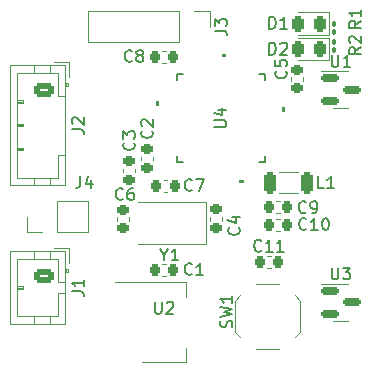
<source format=gto>
%TF.GenerationSoftware,KiCad,Pcbnew,7.0.6*%
%TF.CreationDate,2024-09-25T21:47:57-07:00*%
%TF.ProjectId,magnetic-encoder,6d61676e-6574-4696-932d-656e636f6465,0.1*%
%TF.SameCoordinates,Original*%
%TF.FileFunction,Legend,Top*%
%TF.FilePolarity,Positive*%
%FSLAX46Y46*%
G04 Gerber Fmt 4.6, Leading zero omitted, Abs format (unit mm)*
G04 Created by KiCad (PCBNEW 7.0.6) date 2024-09-25 21:47:57*
%MOMM*%
%LPD*%
G01*
G04 APERTURE LIST*
G04 Aperture macros list*
%AMRoundRect*
0 Rectangle with rounded corners*
0 $1 Rounding radius*
0 $2 $3 $4 $5 $6 $7 $8 $9 X,Y pos of 4 corners*
0 Add a 4 corners polygon primitive as box body*
4,1,4,$2,$3,$4,$5,$6,$7,$8,$9,$2,$3,0*
0 Add four circle primitives for the rounded corners*
1,1,$1+$1,$2,$3*
1,1,$1+$1,$4,$5*
1,1,$1+$1,$6,$7*
1,1,$1+$1,$8,$9*
0 Add four rect primitives between the rounded corners*
20,1,$1+$1,$2,$3,$4,$5,0*
20,1,$1+$1,$4,$5,$6,$7,0*
20,1,$1+$1,$6,$7,$8,$9,0*
20,1,$1+$1,$8,$9,$2,$3,0*%
G04 Aperture macros list end*
%ADD10C,0.150000*%
%ADD11C,0.120000*%
%ADD12C,0.152400*%
%ADD13R,1.700000X1.700000*%
%ADD14O,1.700000X1.700000*%
%ADD15C,3.800000*%
%ADD16RoundRect,0.250000X-0.625000X0.350000X-0.625000X-0.350000X0.625000X-0.350000X0.625000X0.350000X0*%
%ADD17O,1.750000X1.200000*%
%ADD18RoundRect,0.250000X0.275000X0.700000X-0.275000X0.700000X-0.275000X-0.700000X0.275000X-0.700000X0*%
%ADD19RoundRect,0.225000X0.225000X0.250000X-0.225000X0.250000X-0.225000X-0.250000X0.225000X-0.250000X0*%
%ADD20RoundRect,0.225000X-0.225000X-0.250000X0.225000X-0.250000X0.225000X0.250000X-0.225000X0.250000X0*%
%ADD21RoundRect,0.100000X-0.100000X0.130000X-0.100000X-0.130000X0.100000X-0.130000X0.100000X0.130000X0*%
%ADD22RoundRect,0.100000X0.100000X-0.130000X0.100000X0.130000X-0.100000X0.130000X-0.100000X-0.130000X0*%
%ADD23RoundRect,0.243750X0.243750X0.456250X-0.243750X0.456250X-0.243750X-0.456250X0.243750X-0.456250X0*%
%ADD24R,1.473200X0.279400*%
%ADD25R,0.279400X1.473200*%
%ADD26R,0.750000X1.000000*%
%ADD27R,2.000000X2.400000*%
%ADD28RoundRect,0.218750X-0.256250X0.218750X-0.256250X-0.218750X0.256250X-0.218750X0.256250X0.218750X0*%
%ADD29RoundRect,0.225000X-0.250000X0.225000X-0.250000X-0.225000X0.250000X-0.225000X0.250000X0.225000X0*%
%ADD30RoundRect,0.225000X0.250000X-0.225000X0.250000X0.225000X-0.250000X0.225000X-0.250000X-0.225000X0*%
%ADD31RoundRect,0.150000X-0.587500X-0.150000X0.587500X-0.150000X0.587500X0.150000X-0.587500X0.150000X0*%
%ADD32R,2.000000X1.500000*%
%ADD33R,2.000000X3.800000*%
G04 APERTURE END LIST*
D10*
X65325666Y-94069819D02*
X65325666Y-94784104D01*
X65325666Y-94784104D02*
X65278047Y-94926961D01*
X65278047Y-94926961D02*
X65182809Y-95022200D01*
X65182809Y-95022200D02*
X65039952Y-95069819D01*
X65039952Y-95069819D02*
X64944714Y-95069819D01*
X66230428Y-94403152D02*
X66230428Y-95069819D01*
X65992333Y-94022200D02*
X65754238Y-94736485D01*
X65754238Y-94736485D02*
X66373285Y-94736485D01*
X64584819Y-90078333D02*
X65299104Y-90078333D01*
X65299104Y-90078333D02*
X65441961Y-90125952D01*
X65441961Y-90125952D02*
X65537200Y-90221190D01*
X65537200Y-90221190D02*
X65584819Y-90364047D01*
X65584819Y-90364047D02*
X65584819Y-90459285D01*
X64680057Y-89649761D02*
X64632438Y-89602142D01*
X64632438Y-89602142D02*
X64584819Y-89506904D01*
X64584819Y-89506904D02*
X64584819Y-89268809D01*
X64584819Y-89268809D02*
X64632438Y-89173571D01*
X64632438Y-89173571D02*
X64680057Y-89125952D01*
X64680057Y-89125952D02*
X64775295Y-89078333D01*
X64775295Y-89078333D02*
X64870533Y-89078333D01*
X64870533Y-89078333D02*
X65013390Y-89125952D01*
X65013390Y-89125952D02*
X65584819Y-89697380D01*
X65584819Y-89697380D02*
X65584819Y-89078333D01*
X64584819Y-103828333D02*
X65299104Y-103828333D01*
X65299104Y-103828333D02*
X65441961Y-103875952D01*
X65441961Y-103875952D02*
X65537200Y-103971190D01*
X65537200Y-103971190D02*
X65584819Y-104114047D01*
X65584819Y-104114047D02*
X65584819Y-104209285D01*
X65584819Y-102828333D02*
X65584819Y-103399761D01*
X65584819Y-103114047D02*
X64584819Y-103114047D01*
X64584819Y-103114047D02*
X64727676Y-103209285D01*
X64727676Y-103209285D02*
X64822914Y-103304523D01*
X64822914Y-103304523D02*
X64870533Y-103399761D01*
X85939333Y-95069819D02*
X85463143Y-95069819D01*
X85463143Y-95069819D02*
X85463143Y-94069819D01*
X86796476Y-95069819D02*
X86225048Y-95069819D01*
X86510762Y-95069819D02*
X86510762Y-94069819D01*
X86510762Y-94069819D02*
X86415524Y-94212676D01*
X86415524Y-94212676D02*
X86320286Y-94307914D01*
X86320286Y-94307914D02*
X86225048Y-94355533D01*
X84447142Y-98530580D02*
X84399523Y-98578200D01*
X84399523Y-98578200D02*
X84256666Y-98625819D01*
X84256666Y-98625819D02*
X84161428Y-98625819D01*
X84161428Y-98625819D02*
X84018571Y-98578200D01*
X84018571Y-98578200D02*
X83923333Y-98482961D01*
X83923333Y-98482961D02*
X83875714Y-98387723D01*
X83875714Y-98387723D02*
X83828095Y-98197247D01*
X83828095Y-98197247D02*
X83828095Y-98054390D01*
X83828095Y-98054390D02*
X83875714Y-97863914D01*
X83875714Y-97863914D02*
X83923333Y-97768676D01*
X83923333Y-97768676D02*
X84018571Y-97673438D01*
X84018571Y-97673438D02*
X84161428Y-97625819D01*
X84161428Y-97625819D02*
X84256666Y-97625819D01*
X84256666Y-97625819D02*
X84399523Y-97673438D01*
X84399523Y-97673438D02*
X84447142Y-97721057D01*
X85399523Y-98625819D02*
X84828095Y-98625819D01*
X85113809Y-98625819D02*
X85113809Y-97625819D01*
X85113809Y-97625819D02*
X85018571Y-97768676D01*
X85018571Y-97768676D02*
X84923333Y-97863914D01*
X84923333Y-97863914D02*
X84828095Y-97911533D01*
X86018571Y-97625819D02*
X86113809Y-97625819D01*
X86113809Y-97625819D02*
X86209047Y-97673438D01*
X86209047Y-97673438D02*
X86256666Y-97721057D01*
X86256666Y-97721057D02*
X86304285Y-97816295D01*
X86304285Y-97816295D02*
X86351904Y-98006771D01*
X86351904Y-98006771D02*
X86351904Y-98244866D01*
X86351904Y-98244866D02*
X86304285Y-98435342D01*
X86304285Y-98435342D02*
X86256666Y-98530580D01*
X86256666Y-98530580D02*
X86209047Y-98578200D01*
X86209047Y-98578200D02*
X86113809Y-98625819D01*
X86113809Y-98625819D02*
X86018571Y-98625819D01*
X86018571Y-98625819D02*
X85923333Y-98578200D01*
X85923333Y-98578200D02*
X85875714Y-98530580D01*
X85875714Y-98530580D02*
X85828095Y-98435342D01*
X85828095Y-98435342D02*
X85780476Y-98244866D01*
X85780476Y-98244866D02*
X85780476Y-98006771D01*
X85780476Y-98006771D02*
X85828095Y-97816295D01*
X85828095Y-97816295D02*
X85875714Y-97721057D01*
X85875714Y-97721057D02*
X85923333Y-97673438D01*
X85923333Y-97673438D02*
X86018571Y-97625819D01*
X84415333Y-97104580D02*
X84367714Y-97152200D01*
X84367714Y-97152200D02*
X84224857Y-97199819D01*
X84224857Y-97199819D02*
X84129619Y-97199819D01*
X84129619Y-97199819D02*
X83986762Y-97152200D01*
X83986762Y-97152200D02*
X83891524Y-97056961D01*
X83891524Y-97056961D02*
X83843905Y-96961723D01*
X83843905Y-96961723D02*
X83796286Y-96771247D01*
X83796286Y-96771247D02*
X83796286Y-96628390D01*
X83796286Y-96628390D02*
X83843905Y-96437914D01*
X83843905Y-96437914D02*
X83891524Y-96342676D01*
X83891524Y-96342676D02*
X83986762Y-96247438D01*
X83986762Y-96247438D02*
X84129619Y-96199819D01*
X84129619Y-96199819D02*
X84224857Y-96199819D01*
X84224857Y-96199819D02*
X84367714Y-96247438D01*
X84367714Y-96247438D02*
X84415333Y-96295057D01*
X84891524Y-97199819D02*
X85082000Y-97199819D01*
X85082000Y-97199819D02*
X85177238Y-97152200D01*
X85177238Y-97152200D02*
X85224857Y-97104580D01*
X85224857Y-97104580D02*
X85320095Y-96961723D01*
X85320095Y-96961723D02*
X85367714Y-96771247D01*
X85367714Y-96771247D02*
X85367714Y-96390295D01*
X85367714Y-96390295D02*
X85320095Y-96295057D01*
X85320095Y-96295057D02*
X85272476Y-96247438D01*
X85272476Y-96247438D02*
X85177238Y-96199819D01*
X85177238Y-96199819D02*
X84986762Y-96199819D01*
X84986762Y-96199819D02*
X84891524Y-96247438D01*
X84891524Y-96247438D02*
X84843905Y-96295057D01*
X84843905Y-96295057D02*
X84796286Y-96390295D01*
X84796286Y-96390295D02*
X84796286Y-96628390D01*
X84796286Y-96628390D02*
X84843905Y-96723628D01*
X84843905Y-96723628D02*
X84891524Y-96771247D01*
X84891524Y-96771247D02*
X84986762Y-96818866D01*
X84986762Y-96818866D02*
X85177238Y-96818866D01*
X85177238Y-96818866D02*
X85272476Y-96771247D01*
X85272476Y-96771247D02*
X85320095Y-96723628D01*
X85320095Y-96723628D02*
X85367714Y-96628390D01*
X80637142Y-100354580D02*
X80589523Y-100402200D01*
X80589523Y-100402200D02*
X80446666Y-100449819D01*
X80446666Y-100449819D02*
X80351428Y-100449819D01*
X80351428Y-100449819D02*
X80208571Y-100402200D01*
X80208571Y-100402200D02*
X80113333Y-100306961D01*
X80113333Y-100306961D02*
X80065714Y-100211723D01*
X80065714Y-100211723D02*
X80018095Y-100021247D01*
X80018095Y-100021247D02*
X80018095Y-99878390D01*
X80018095Y-99878390D02*
X80065714Y-99687914D01*
X80065714Y-99687914D02*
X80113333Y-99592676D01*
X80113333Y-99592676D02*
X80208571Y-99497438D01*
X80208571Y-99497438D02*
X80351428Y-99449819D01*
X80351428Y-99449819D02*
X80446666Y-99449819D01*
X80446666Y-99449819D02*
X80589523Y-99497438D01*
X80589523Y-99497438D02*
X80637142Y-99545057D01*
X81589523Y-100449819D02*
X81018095Y-100449819D01*
X81303809Y-100449819D02*
X81303809Y-99449819D01*
X81303809Y-99449819D02*
X81208571Y-99592676D01*
X81208571Y-99592676D02*
X81113333Y-99687914D01*
X81113333Y-99687914D02*
X81018095Y-99735533D01*
X82541904Y-100449819D02*
X81970476Y-100449819D01*
X82256190Y-100449819D02*
X82256190Y-99449819D01*
X82256190Y-99449819D02*
X82160952Y-99592676D01*
X82160952Y-99592676D02*
X82065714Y-99687914D01*
X82065714Y-99687914D02*
X81970476Y-99735533D01*
X89064819Y-83161666D02*
X88588628Y-83494999D01*
X89064819Y-83733094D02*
X88064819Y-83733094D01*
X88064819Y-83733094D02*
X88064819Y-83352142D01*
X88064819Y-83352142D02*
X88112438Y-83256904D01*
X88112438Y-83256904D02*
X88160057Y-83209285D01*
X88160057Y-83209285D02*
X88255295Y-83161666D01*
X88255295Y-83161666D02*
X88398152Y-83161666D01*
X88398152Y-83161666D02*
X88493390Y-83209285D01*
X88493390Y-83209285D02*
X88541009Y-83256904D01*
X88541009Y-83256904D02*
X88588628Y-83352142D01*
X88588628Y-83352142D02*
X88588628Y-83733094D01*
X88160057Y-82780713D02*
X88112438Y-82733094D01*
X88112438Y-82733094D02*
X88064819Y-82637856D01*
X88064819Y-82637856D02*
X88064819Y-82399761D01*
X88064819Y-82399761D02*
X88112438Y-82304523D01*
X88112438Y-82304523D02*
X88160057Y-82256904D01*
X88160057Y-82256904D02*
X88255295Y-82209285D01*
X88255295Y-82209285D02*
X88350533Y-82209285D01*
X88350533Y-82209285D02*
X88493390Y-82256904D01*
X88493390Y-82256904D02*
X89064819Y-82828332D01*
X89064819Y-82828332D02*
X89064819Y-82209285D01*
X89064819Y-80911666D02*
X88588628Y-81244999D01*
X89064819Y-81483094D02*
X88064819Y-81483094D01*
X88064819Y-81483094D02*
X88064819Y-81102142D01*
X88064819Y-81102142D02*
X88112438Y-81006904D01*
X88112438Y-81006904D02*
X88160057Y-80959285D01*
X88160057Y-80959285D02*
X88255295Y-80911666D01*
X88255295Y-80911666D02*
X88398152Y-80911666D01*
X88398152Y-80911666D02*
X88493390Y-80959285D01*
X88493390Y-80959285D02*
X88541009Y-81006904D01*
X88541009Y-81006904D02*
X88588628Y-81102142D01*
X88588628Y-81102142D02*
X88588628Y-81483094D01*
X89064819Y-79959285D02*
X89064819Y-80530713D01*
X89064819Y-80244999D02*
X88064819Y-80244999D01*
X88064819Y-80244999D02*
X88207676Y-80340237D01*
X88207676Y-80340237D02*
X88302914Y-80435475D01*
X88302914Y-80435475D02*
X88350533Y-80530713D01*
X81303905Y-83766819D02*
X81303905Y-82766819D01*
X81303905Y-82766819D02*
X81542000Y-82766819D01*
X81542000Y-82766819D02*
X81684857Y-82814438D01*
X81684857Y-82814438D02*
X81780095Y-82909676D01*
X81780095Y-82909676D02*
X81827714Y-83004914D01*
X81827714Y-83004914D02*
X81875333Y-83195390D01*
X81875333Y-83195390D02*
X81875333Y-83338247D01*
X81875333Y-83338247D02*
X81827714Y-83528723D01*
X81827714Y-83528723D02*
X81780095Y-83623961D01*
X81780095Y-83623961D02*
X81684857Y-83719200D01*
X81684857Y-83719200D02*
X81542000Y-83766819D01*
X81542000Y-83766819D02*
X81303905Y-83766819D01*
X82256286Y-82862057D02*
X82303905Y-82814438D01*
X82303905Y-82814438D02*
X82399143Y-82766819D01*
X82399143Y-82766819D02*
X82637238Y-82766819D01*
X82637238Y-82766819D02*
X82732476Y-82814438D01*
X82732476Y-82814438D02*
X82780095Y-82862057D01*
X82780095Y-82862057D02*
X82827714Y-82957295D01*
X82827714Y-82957295D02*
X82827714Y-83052533D01*
X82827714Y-83052533D02*
X82780095Y-83195390D01*
X82780095Y-83195390D02*
X82208667Y-83766819D01*
X82208667Y-83766819D02*
X82827714Y-83766819D01*
X81303905Y-81574819D02*
X81303905Y-80574819D01*
X81303905Y-80574819D02*
X81542000Y-80574819D01*
X81542000Y-80574819D02*
X81684857Y-80622438D01*
X81684857Y-80622438D02*
X81780095Y-80717676D01*
X81780095Y-80717676D02*
X81827714Y-80812914D01*
X81827714Y-80812914D02*
X81875333Y-81003390D01*
X81875333Y-81003390D02*
X81875333Y-81146247D01*
X81875333Y-81146247D02*
X81827714Y-81336723D01*
X81827714Y-81336723D02*
X81780095Y-81431961D01*
X81780095Y-81431961D02*
X81684857Y-81527200D01*
X81684857Y-81527200D02*
X81542000Y-81574819D01*
X81542000Y-81574819D02*
X81303905Y-81574819D01*
X82827714Y-81574819D02*
X82256286Y-81574819D01*
X82542000Y-81574819D02*
X82542000Y-80574819D01*
X82542000Y-80574819D02*
X82446762Y-80717676D01*
X82446762Y-80717676D02*
X82351524Y-80812914D01*
X82351524Y-80812914D02*
X82256286Y-80860533D01*
X76714819Y-81740333D02*
X77429104Y-81740333D01*
X77429104Y-81740333D02*
X77571961Y-81787952D01*
X77571961Y-81787952D02*
X77667200Y-81883190D01*
X77667200Y-81883190D02*
X77714819Y-82026047D01*
X77714819Y-82026047D02*
X77714819Y-82121285D01*
X76714819Y-81359380D02*
X76714819Y-80740333D01*
X76714819Y-80740333D02*
X77095771Y-81073666D01*
X77095771Y-81073666D02*
X77095771Y-80930809D01*
X77095771Y-80930809D02*
X77143390Y-80835571D01*
X77143390Y-80835571D02*
X77191009Y-80787952D01*
X77191009Y-80787952D02*
X77286247Y-80740333D01*
X77286247Y-80740333D02*
X77524342Y-80740333D01*
X77524342Y-80740333D02*
X77619580Y-80787952D01*
X77619580Y-80787952D02*
X77667200Y-80835571D01*
X77667200Y-80835571D02*
X77714819Y-80930809D01*
X77714819Y-80930809D02*
X77714819Y-81216523D01*
X77714819Y-81216523D02*
X77667200Y-81311761D01*
X77667200Y-81311761D02*
X77619580Y-81359380D01*
X76670819Y-89915904D02*
X77480342Y-89915904D01*
X77480342Y-89915904D02*
X77575580Y-89868285D01*
X77575580Y-89868285D02*
X77623200Y-89820666D01*
X77623200Y-89820666D02*
X77670819Y-89725428D01*
X77670819Y-89725428D02*
X77670819Y-89534952D01*
X77670819Y-89534952D02*
X77623200Y-89439714D01*
X77623200Y-89439714D02*
X77575580Y-89392095D01*
X77575580Y-89392095D02*
X77480342Y-89344476D01*
X77480342Y-89344476D02*
X76670819Y-89344476D01*
X77004152Y-88439714D02*
X77670819Y-88439714D01*
X76623200Y-88677809D02*
X77337485Y-88915904D01*
X77337485Y-88915904D02*
X77337485Y-88296857D01*
X78131200Y-106870332D02*
X78178819Y-106727475D01*
X78178819Y-106727475D02*
X78178819Y-106489380D01*
X78178819Y-106489380D02*
X78131200Y-106394142D01*
X78131200Y-106394142D02*
X78083580Y-106346523D01*
X78083580Y-106346523D02*
X77988342Y-106298904D01*
X77988342Y-106298904D02*
X77893104Y-106298904D01*
X77893104Y-106298904D02*
X77797866Y-106346523D01*
X77797866Y-106346523D02*
X77750247Y-106394142D01*
X77750247Y-106394142D02*
X77702628Y-106489380D01*
X77702628Y-106489380D02*
X77655009Y-106679856D01*
X77655009Y-106679856D02*
X77607390Y-106775094D01*
X77607390Y-106775094D02*
X77559771Y-106822713D01*
X77559771Y-106822713D02*
X77464533Y-106870332D01*
X77464533Y-106870332D02*
X77369295Y-106870332D01*
X77369295Y-106870332D02*
X77274057Y-106822713D01*
X77274057Y-106822713D02*
X77226438Y-106775094D01*
X77226438Y-106775094D02*
X77178819Y-106679856D01*
X77178819Y-106679856D02*
X77178819Y-106441761D01*
X77178819Y-106441761D02*
X77226438Y-106298904D01*
X77178819Y-105965570D02*
X78178819Y-105727475D01*
X78178819Y-105727475D02*
X77464533Y-105536999D01*
X77464533Y-105536999D02*
X78178819Y-105346523D01*
X78178819Y-105346523D02*
X77178819Y-105108428D01*
X78178819Y-104203666D02*
X78178819Y-104775094D01*
X78178819Y-104489380D02*
X77178819Y-104489380D01*
X77178819Y-104489380D02*
X77321676Y-104584618D01*
X77321676Y-104584618D02*
X77416914Y-104679856D01*
X77416914Y-104679856D02*
X77464533Y-104775094D01*
X72421809Y-100723628D02*
X72421809Y-101199819D01*
X72088476Y-100199819D02*
X72421809Y-100723628D01*
X72421809Y-100723628D02*
X72755142Y-100199819D01*
X73612285Y-101199819D02*
X73040857Y-101199819D01*
X73326571Y-101199819D02*
X73326571Y-100199819D01*
X73326571Y-100199819D02*
X73231333Y-100342676D01*
X73231333Y-100342676D02*
X73136095Y-100437914D01*
X73136095Y-100437914D02*
X73040857Y-100485533D01*
X69683333Y-84306580D02*
X69635714Y-84354200D01*
X69635714Y-84354200D02*
X69492857Y-84401819D01*
X69492857Y-84401819D02*
X69397619Y-84401819D01*
X69397619Y-84401819D02*
X69254762Y-84354200D01*
X69254762Y-84354200D02*
X69159524Y-84258961D01*
X69159524Y-84258961D02*
X69111905Y-84163723D01*
X69111905Y-84163723D02*
X69064286Y-83973247D01*
X69064286Y-83973247D02*
X69064286Y-83830390D01*
X69064286Y-83830390D02*
X69111905Y-83639914D01*
X69111905Y-83639914D02*
X69159524Y-83544676D01*
X69159524Y-83544676D02*
X69254762Y-83449438D01*
X69254762Y-83449438D02*
X69397619Y-83401819D01*
X69397619Y-83401819D02*
X69492857Y-83401819D01*
X69492857Y-83401819D02*
X69635714Y-83449438D01*
X69635714Y-83449438D02*
X69683333Y-83497057D01*
X70254762Y-83830390D02*
X70159524Y-83782771D01*
X70159524Y-83782771D02*
X70111905Y-83735152D01*
X70111905Y-83735152D02*
X70064286Y-83639914D01*
X70064286Y-83639914D02*
X70064286Y-83592295D01*
X70064286Y-83592295D02*
X70111905Y-83497057D01*
X70111905Y-83497057D02*
X70159524Y-83449438D01*
X70159524Y-83449438D02*
X70254762Y-83401819D01*
X70254762Y-83401819D02*
X70445238Y-83401819D01*
X70445238Y-83401819D02*
X70540476Y-83449438D01*
X70540476Y-83449438D02*
X70588095Y-83497057D01*
X70588095Y-83497057D02*
X70635714Y-83592295D01*
X70635714Y-83592295D02*
X70635714Y-83639914D01*
X70635714Y-83639914D02*
X70588095Y-83735152D01*
X70588095Y-83735152D02*
X70540476Y-83782771D01*
X70540476Y-83782771D02*
X70445238Y-83830390D01*
X70445238Y-83830390D02*
X70254762Y-83830390D01*
X70254762Y-83830390D02*
X70159524Y-83878009D01*
X70159524Y-83878009D02*
X70111905Y-83925628D01*
X70111905Y-83925628D02*
X70064286Y-84020866D01*
X70064286Y-84020866D02*
X70064286Y-84211342D01*
X70064286Y-84211342D02*
X70111905Y-84306580D01*
X70111905Y-84306580D02*
X70159524Y-84354200D01*
X70159524Y-84354200D02*
X70254762Y-84401819D01*
X70254762Y-84401819D02*
X70445238Y-84401819D01*
X70445238Y-84401819D02*
X70540476Y-84354200D01*
X70540476Y-84354200D02*
X70588095Y-84306580D01*
X70588095Y-84306580D02*
X70635714Y-84211342D01*
X70635714Y-84211342D02*
X70635714Y-84020866D01*
X70635714Y-84020866D02*
X70588095Y-83925628D01*
X70588095Y-83925628D02*
X70540476Y-83878009D01*
X70540476Y-83878009D02*
X70445238Y-83830390D01*
X74763333Y-95228580D02*
X74715714Y-95276200D01*
X74715714Y-95276200D02*
X74572857Y-95323819D01*
X74572857Y-95323819D02*
X74477619Y-95323819D01*
X74477619Y-95323819D02*
X74334762Y-95276200D01*
X74334762Y-95276200D02*
X74239524Y-95180961D01*
X74239524Y-95180961D02*
X74191905Y-95085723D01*
X74191905Y-95085723D02*
X74144286Y-94895247D01*
X74144286Y-94895247D02*
X74144286Y-94752390D01*
X74144286Y-94752390D02*
X74191905Y-94561914D01*
X74191905Y-94561914D02*
X74239524Y-94466676D01*
X74239524Y-94466676D02*
X74334762Y-94371438D01*
X74334762Y-94371438D02*
X74477619Y-94323819D01*
X74477619Y-94323819D02*
X74572857Y-94323819D01*
X74572857Y-94323819D02*
X74715714Y-94371438D01*
X74715714Y-94371438D02*
X74763333Y-94419057D01*
X75096667Y-94323819D02*
X75763333Y-94323819D01*
X75763333Y-94323819D02*
X75334762Y-95323819D01*
X68921333Y-95990580D02*
X68873714Y-96038200D01*
X68873714Y-96038200D02*
X68730857Y-96085819D01*
X68730857Y-96085819D02*
X68635619Y-96085819D01*
X68635619Y-96085819D02*
X68492762Y-96038200D01*
X68492762Y-96038200D02*
X68397524Y-95942961D01*
X68397524Y-95942961D02*
X68349905Y-95847723D01*
X68349905Y-95847723D02*
X68302286Y-95657247D01*
X68302286Y-95657247D02*
X68302286Y-95514390D01*
X68302286Y-95514390D02*
X68349905Y-95323914D01*
X68349905Y-95323914D02*
X68397524Y-95228676D01*
X68397524Y-95228676D02*
X68492762Y-95133438D01*
X68492762Y-95133438D02*
X68635619Y-95085819D01*
X68635619Y-95085819D02*
X68730857Y-95085819D01*
X68730857Y-95085819D02*
X68873714Y-95133438D01*
X68873714Y-95133438D02*
X68921333Y-95181057D01*
X69778476Y-95085819D02*
X69588000Y-95085819D01*
X69588000Y-95085819D02*
X69492762Y-95133438D01*
X69492762Y-95133438D02*
X69445143Y-95181057D01*
X69445143Y-95181057D02*
X69349905Y-95323914D01*
X69349905Y-95323914D02*
X69302286Y-95514390D01*
X69302286Y-95514390D02*
X69302286Y-95895342D01*
X69302286Y-95895342D02*
X69349905Y-95990580D01*
X69349905Y-95990580D02*
X69397524Y-96038200D01*
X69397524Y-96038200D02*
X69492762Y-96085819D01*
X69492762Y-96085819D02*
X69683238Y-96085819D01*
X69683238Y-96085819D02*
X69778476Y-96038200D01*
X69778476Y-96038200D02*
X69826095Y-95990580D01*
X69826095Y-95990580D02*
X69873714Y-95895342D01*
X69873714Y-95895342D02*
X69873714Y-95657247D01*
X69873714Y-95657247D02*
X69826095Y-95562009D01*
X69826095Y-95562009D02*
X69778476Y-95514390D01*
X69778476Y-95514390D02*
X69683238Y-95466771D01*
X69683238Y-95466771D02*
X69492762Y-95466771D01*
X69492762Y-95466771D02*
X69397524Y-95514390D01*
X69397524Y-95514390D02*
X69349905Y-95562009D01*
X69349905Y-95562009D02*
X69302286Y-95657247D01*
X82719580Y-85161666D02*
X82767200Y-85209285D01*
X82767200Y-85209285D02*
X82814819Y-85352142D01*
X82814819Y-85352142D02*
X82814819Y-85447380D01*
X82814819Y-85447380D02*
X82767200Y-85590237D01*
X82767200Y-85590237D02*
X82671961Y-85685475D01*
X82671961Y-85685475D02*
X82576723Y-85733094D01*
X82576723Y-85733094D02*
X82386247Y-85780713D01*
X82386247Y-85780713D02*
X82243390Y-85780713D01*
X82243390Y-85780713D02*
X82052914Y-85733094D01*
X82052914Y-85733094D02*
X81957676Y-85685475D01*
X81957676Y-85685475D02*
X81862438Y-85590237D01*
X81862438Y-85590237D02*
X81814819Y-85447380D01*
X81814819Y-85447380D02*
X81814819Y-85352142D01*
X81814819Y-85352142D02*
X81862438Y-85209285D01*
X81862438Y-85209285D02*
X81910057Y-85161666D01*
X81814819Y-84256904D02*
X81814819Y-84733094D01*
X81814819Y-84733094D02*
X82291009Y-84780713D01*
X82291009Y-84780713D02*
X82243390Y-84733094D01*
X82243390Y-84733094D02*
X82195771Y-84637856D01*
X82195771Y-84637856D02*
X82195771Y-84399761D01*
X82195771Y-84399761D02*
X82243390Y-84304523D01*
X82243390Y-84304523D02*
X82291009Y-84256904D01*
X82291009Y-84256904D02*
X82386247Y-84209285D01*
X82386247Y-84209285D02*
X82624342Y-84209285D01*
X82624342Y-84209285D02*
X82719580Y-84256904D01*
X82719580Y-84256904D02*
X82767200Y-84304523D01*
X82767200Y-84304523D02*
X82814819Y-84399761D01*
X82814819Y-84399761D02*
X82814819Y-84637856D01*
X82814819Y-84637856D02*
X82767200Y-84733094D01*
X82767200Y-84733094D02*
X82719580Y-84780713D01*
X78719580Y-98411666D02*
X78767200Y-98459285D01*
X78767200Y-98459285D02*
X78814819Y-98602142D01*
X78814819Y-98602142D02*
X78814819Y-98697380D01*
X78814819Y-98697380D02*
X78767200Y-98840237D01*
X78767200Y-98840237D02*
X78671961Y-98935475D01*
X78671961Y-98935475D02*
X78576723Y-98983094D01*
X78576723Y-98983094D02*
X78386247Y-99030713D01*
X78386247Y-99030713D02*
X78243390Y-99030713D01*
X78243390Y-99030713D02*
X78052914Y-98983094D01*
X78052914Y-98983094D02*
X77957676Y-98935475D01*
X77957676Y-98935475D02*
X77862438Y-98840237D01*
X77862438Y-98840237D02*
X77814819Y-98697380D01*
X77814819Y-98697380D02*
X77814819Y-98602142D01*
X77814819Y-98602142D02*
X77862438Y-98459285D01*
X77862438Y-98459285D02*
X77910057Y-98411666D01*
X78148152Y-97554523D02*
X78814819Y-97554523D01*
X77767200Y-97792618D02*
X78481485Y-98030713D01*
X78481485Y-98030713D02*
X78481485Y-97411666D01*
X69828580Y-91225666D02*
X69876200Y-91273285D01*
X69876200Y-91273285D02*
X69923819Y-91416142D01*
X69923819Y-91416142D02*
X69923819Y-91511380D01*
X69923819Y-91511380D02*
X69876200Y-91654237D01*
X69876200Y-91654237D02*
X69780961Y-91749475D01*
X69780961Y-91749475D02*
X69685723Y-91797094D01*
X69685723Y-91797094D02*
X69495247Y-91844713D01*
X69495247Y-91844713D02*
X69352390Y-91844713D01*
X69352390Y-91844713D02*
X69161914Y-91797094D01*
X69161914Y-91797094D02*
X69066676Y-91749475D01*
X69066676Y-91749475D02*
X68971438Y-91654237D01*
X68971438Y-91654237D02*
X68923819Y-91511380D01*
X68923819Y-91511380D02*
X68923819Y-91416142D01*
X68923819Y-91416142D02*
X68971438Y-91273285D01*
X68971438Y-91273285D02*
X69019057Y-91225666D01*
X68923819Y-90892332D02*
X68923819Y-90273285D01*
X68923819Y-90273285D02*
X69304771Y-90606618D01*
X69304771Y-90606618D02*
X69304771Y-90463761D01*
X69304771Y-90463761D02*
X69352390Y-90368523D01*
X69352390Y-90368523D02*
X69400009Y-90320904D01*
X69400009Y-90320904D02*
X69495247Y-90273285D01*
X69495247Y-90273285D02*
X69733342Y-90273285D01*
X69733342Y-90273285D02*
X69828580Y-90320904D01*
X69828580Y-90320904D02*
X69876200Y-90368523D01*
X69876200Y-90368523D02*
X69923819Y-90463761D01*
X69923819Y-90463761D02*
X69923819Y-90749475D01*
X69923819Y-90749475D02*
X69876200Y-90844713D01*
X69876200Y-90844713D02*
X69828580Y-90892332D01*
X71352580Y-90209666D02*
X71400200Y-90257285D01*
X71400200Y-90257285D02*
X71447819Y-90400142D01*
X71447819Y-90400142D02*
X71447819Y-90495380D01*
X71447819Y-90495380D02*
X71400200Y-90638237D01*
X71400200Y-90638237D02*
X71304961Y-90733475D01*
X71304961Y-90733475D02*
X71209723Y-90781094D01*
X71209723Y-90781094D02*
X71019247Y-90828713D01*
X71019247Y-90828713D02*
X70876390Y-90828713D01*
X70876390Y-90828713D02*
X70685914Y-90781094D01*
X70685914Y-90781094D02*
X70590676Y-90733475D01*
X70590676Y-90733475D02*
X70495438Y-90638237D01*
X70495438Y-90638237D02*
X70447819Y-90495380D01*
X70447819Y-90495380D02*
X70447819Y-90400142D01*
X70447819Y-90400142D02*
X70495438Y-90257285D01*
X70495438Y-90257285D02*
X70543057Y-90209666D01*
X70543057Y-89828713D02*
X70495438Y-89781094D01*
X70495438Y-89781094D02*
X70447819Y-89685856D01*
X70447819Y-89685856D02*
X70447819Y-89447761D01*
X70447819Y-89447761D02*
X70495438Y-89352523D01*
X70495438Y-89352523D02*
X70543057Y-89304904D01*
X70543057Y-89304904D02*
X70638295Y-89257285D01*
X70638295Y-89257285D02*
X70733533Y-89257285D01*
X70733533Y-89257285D02*
X70876390Y-89304904D01*
X70876390Y-89304904D02*
X71447819Y-89876332D01*
X71447819Y-89876332D02*
X71447819Y-89257285D01*
X74763333Y-102340580D02*
X74715714Y-102388200D01*
X74715714Y-102388200D02*
X74572857Y-102435819D01*
X74572857Y-102435819D02*
X74477619Y-102435819D01*
X74477619Y-102435819D02*
X74334762Y-102388200D01*
X74334762Y-102388200D02*
X74239524Y-102292961D01*
X74239524Y-102292961D02*
X74191905Y-102197723D01*
X74191905Y-102197723D02*
X74144286Y-102007247D01*
X74144286Y-102007247D02*
X74144286Y-101864390D01*
X74144286Y-101864390D02*
X74191905Y-101673914D01*
X74191905Y-101673914D02*
X74239524Y-101578676D01*
X74239524Y-101578676D02*
X74334762Y-101483438D01*
X74334762Y-101483438D02*
X74477619Y-101435819D01*
X74477619Y-101435819D02*
X74572857Y-101435819D01*
X74572857Y-101435819D02*
X74715714Y-101483438D01*
X74715714Y-101483438D02*
X74763333Y-101531057D01*
X75715714Y-102435819D02*
X75144286Y-102435819D01*
X75430000Y-102435819D02*
X75430000Y-101435819D01*
X75430000Y-101435819D02*
X75334762Y-101578676D01*
X75334762Y-101578676D02*
X75239524Y-101673914D01*
X75239524Y-101673914D02*
X75144286Y-101721533D01*
X86598095Y-101799819D02*
X86598095Y-102609342D01*
X86598095Y-102609342D02*
X86645714Y-102704580D01*
X86645714Y-102704580D02*
X86693333Y-102752200D01*
X86693333Y-102752200D02*
X86788571Y-102799819D01*
X86788571Y-102799819D02*
X86979047Y-102799819D01*
X86979047Y-102799819D02*
X87074285Y-102752200D01*
X87074285Y-102752200D02*
X87121904Y-102704580D01*
X87121904Y-102704580D02*
X87169523Y-102609342D01*
X87169523Y-102609342D02*
X87169523Y-101799819D01*
X87550476Y-101799819D02*
X88169523Y-101799819D01*
X88169523Y-101799819D02*
X87836190Y-102180771D01*
X87836190Y-102180771D02*
X87979047Y-102180771D01*
X87979047Y-102180771D02*
X88074285Y-102228390D01*
X88074285Y-102228390D02*
X88121904Y-102276009D01*
X88121904Y-102276009D02*
X88169523Y-102371247D01*
X88169523Y-102371247D02*
X88169523Y-102609342D01*
X88169523Y-102609342D02*
X88121904Y-102704580D01*
X88121904Y-102704580D02*
X88074285Y-102752200D01*
X88074285Y-102752200D02*
X87979047Y-102799819D01*
X87979047Y-102799819D02*
X87693333Y-102799819D01*
X87693333Y-102799819D02*
X87598095Y-102752200D01*
X87598095Y-102752200D02*
X87550476Y-102704580D01*
X71628095Y-104699819D02*
X71628095Y-105509342D01*
X71628095Y-105509342D02*
X71675714Y-105604580D01*
X71675714Y-105604580D02*
X71723333Y-105652200D01*
X71723333Y-105652200D02*
X71818571Y-105699819D01*
X71818571Y-105699819D02*
X72009047Y-105699819D01*
X72009047Y-105699819D02*
X72104285Y-105652200D01*
X72104285Y-105652200D02*
X72151904Y-105604580D01*
X72151904Y-105604580D02*
X72199523Y-105509342D01*
X72199523Y-105509342D02*
X72199523Y-104699819D01*
X72628095Y-104795057D02*
X72675714Y-104747438D01*
X72675714Y-104747438D02*
X72770952Y-104699819D01*
X72770952Y-104699819D02*
X73009047Y-104699819D01*
X73009047Y-104699819D02*
X73104285Y-104747438D01*
X73104285Y-104747438D02*
X73151904Y-104795057D01*
X73151904Y-104795057D02*
X73199523Y-104890295D01*
X73199523Y-104890295D02*
X73199523Y-104985533D01*
X73199523Y-104985533D02*
X73151904Y-105128390D01*
X73151904Y-105128390D02*
X72580476Y-105699819D01*
X72580476Y-105699819D02*
X73199523Y-105699819D01*
X86598095Y-83799819D02*
X86598095Y-84609342D01*
X86598095Y-84609342D02*
X86645714Y-84704580D01*
X86645714Y-84704580D02*
X86693333Y-84752200D01*
X86693333Y-84752200D02*
X86788571Y-84799819D01*
X86788571Y-84799819D02*
X86979047Y-84799819D01*
X86979047Y-84799819D02*
X87074285Y-84752200D01*
X87074285Y-84752200D02*
X87121904Y-84704580D01*
X87121904Y-84704580D02*
X87169523Y-84609342D01*
X87169523Y-84609342D02*
X87169523Y-83799819D01*
X88169523Y-84799819D02*
X87598095Y-84799819D01*
X87883809Y-84799819D02*
X87883809Y-83799819D01*
X87883809Y-83799819D02*
X87788571Y-83942676D01*
X87788571Y-83942676D02*
X87693333Y-84037914D01*
X87693333Y-84037914D02*
X87598095Y-84085533D01*
D11*
%TO.C,J4*%
X62110000Y-98825000D02*
X60780000Y-98825000D01*
X65980000Y-98825000D02*
X65980000Y-96165000D01*
X63380000Y-98825000D02*
X65980000Y-98825000D01*
X63380000Y-98825000D02*
X63380000Y-96165000D01*
X60780000Y-98825000D02*
X60780000Y-97495000D01*
X63380000Y-96165000D02*
X65980000Y-96165000D01*
%TO.C,J2*%
X63430000Y-92245000D02*
X64040000Y-92245000D01*
X60430000Y-89845000D02*
X59930000Y-89845000D01*
X64040000Y-87245000D02*
X63430000Y-87245000D01*
X64340000Y-84385000D02*
X63090000Y-84385000D01*
X59930000Y-85295000D02*
X59930000Y-94195000D01*
X64240000Y-86445000D02*
X64240000Y-86145000D01*
X61430000Y-94805000D02*
X61430000Y-94195000D01*
X59930000Y-89645000D02*
X60430000Y-89645000D01*
X59930000Y-89745000D02*
X60430000Y-89745000D01*
X60430000Y-91645000D02*
X60430000Y-91845000D01*
X64340000Y-85635000D02*
X64340000Y-84385000D01*
X61430000Y-84685000D02*
X61430000Y-85295000D01*
X64040000Y-94805000D02*
X64040000Y-84685000D01*
X64040000Y-84685000D02*
X59320000Y-84685000D01*
X63430000Y-85295000D02*
X59930000Y-85295000D01*
X60430000Y-89645000D02*
X60430000Y-89845000D01*
X60430000Y-87845000D02*
X59930000Y-87845000D01*
X64240000Y-86145000D02*
X64040000Y-86145000D01*
X59320000Y-84685000D02*
X59320000Y-94805000D01*
X62730000Y-84685000D02*
X62730000Y-85295000D01*
X64140000Y-86445000D02*
X64140000Y-86145000D01*
X59930000Y-91645000D02*
X60430000Y-91645000D01*
X60430000Y-91845000D02*
X59930000Y-91845000D01*
X59930000Y-87745000D02*
X60430000Y-87745000D01*
X63430000Y-87245000D02*
X63430000Y-85295000D01*
X59930000Y-94195000D02*
X63430000Y-94195000D01*
X59930000Y-87645000D02*
X60430000Y-87645000D01*
X63430000Y-94195000D02*
X63430000Y-92245000D01*
X59320000Y-94805000D02*
X64040000Y-94805000D01*
X59930000Y-91745000D02*
X60430000Y-91745000D01*
X62730000Y-94805000D02*
X62730000Y-94195000D01*
X60430000Y-87645000D02*
X60430000Y-87845000D01*
X64040000Y-86445000D02*
X64240000Y-86445000D01*
%TO.C,J1*%
X64240000Y-101895000D02*
X64040000Y-101895000D01*
X59930000Y-101045000D02*
X59930000Y-105945000D01*
X59930000Y-105945000D02*
X63430000Y-105945000D01*
X61430000Y-100435000D02*
X61430000Y-101045000D01*
X60430000Y-103595000D02*
X59930000Y-103595000D01*
X64040000Y-102995000D02*
X63430000Y-102995000D01*
X63430000Y-101045000D02*
X59930000Y-101045000D01*
X64040000Y-102195000D02*
X64240000Y-102195000D01*
X64040000Y-100435000D02*
X59320000Y-100435000D01*
X64040000Y-106555000D02*
X64040000Y-100435000D01*
X63430000Y-102995000D02*
X63430000Y-101045000D01*
X61430000Y-106555000D02*
X61430000Y-105945000D01*
X63430000Y-105945000D02*
X63430000Y-103995000D01*
X62730000Y-100435000D02*
X62730000Y-101045000D01*
X59930000Y-103495000D02*
X60430000Y-103495000D01*
X60430000Y-103395000D02*
X60430000Y-103595000D01*
X59320000Y-106555000D02*
X64040000Y-106555000D01*
X64140000Y-102195000D02*
X64140000Y-101895000D01*
X63430000Y-103995000D02*
X64040000Y-103995000D01*
X64340000Y-100135000D02*
X63090000Y-100135000D01*
X64340000Y-101385000D02*
X64340000Y-100135000D01*
X59320000Y-100435000D02*
X59320000Y-106555000D01*
X62730000Y-106555000D02*
X62730000Y-105945000D01*
X64240000Y-102195000D02*
X64240000Y-101895000D01*
X59930000Y-103395000D02*
X60430000Y-103395000D01*
%TO.C,L1*%
X83766242Y-95525000D02*
X82095758Y-95525000D01*
X83766242Y-93705000D02*
X82095758Y-93705000D01*
%TO.C,C10*%
X82182580Y-97661000D02*
X81901420Y-97661000D01*
X82182580Y-98681000D02*
X81901420Y-98681000D01*
%TO.C,C9*%
X82182580Y-96137000D02*
X81901420Y-96137000D01*
X82182580Y-97157000D02*
X81901420Y-97157000D01*
%TO.C,C11*%
X81139420Y-101856000D02*
X81420580Y-101856000D01*
X81139420Y-100836000D02*
X81420580Y-100836000D01*
%TO.C,D2*%
X83709000Y-84272000D02*
X86394000Y-84272000D01*
X86394000Y-84272000D02*
X86394000Y-82352000D01*
X86394000Y-82352000D02*
X83709000Y-82352000D01*
%TO.C,D1*%
X83709000Y-82113000D02*
X86394000Y-82113000D01*
X86394000Y-82113000D02*
X86394000Y-80193000D01*
X86394000Y-80193000D02*
X83709000Y-80193000D01*
%TO.C,J3*%
X73660000Y-80077000D02*
X65980000Y-80077000D01*
X76260000Y-80077000D02*
X76260000Y-81407000D01*
X73660000Y-80077000D02*
X73660000Y-82737000D01*
X65980000Y-80077000D02*
X65980000Y-82737000D01*
X74930000Y-80077000D02*
X76260000Y-80077000D01*
X73660000Y-82737000D02*
X65980000Y-82737000D01*
D12*
%TO.C,U4*%
X73494900Y-92376440D02*
X73494900Y-92875100D01*
X73993560Y-85432900D02*
X73494900Y-85432900D01*
X80937100Y-85931560D02*
X80937100Y-85432900D01*
X80438440Y-92875100D02*
X80937100Y-92875100D01*
X73494900Y-85432900D02*
X73494900Y-85931560D01*
X80937100Y-85432900D02*
X80438440Y-85432900D01*
X80937100Y-92875100D02*
X80937100Y-92376440D01*
X73494900Y-92875100D02*
X73993560Y-92875100D01*
G36*
X72009000Y-88094500D02*
G01*
X71755000Y-88094500D01*
X71755000Y-87713500D01*
X72009000Y-87713500D01*
X72009000Y-88094500D01*
G37*
G36*
X77656500Y-83947000D02*
G01*
X77275499Y-83947000D01*
X77275499Y-83693000D01*
X77656500Y-83693000D01*
X77656500Y-83947000D01*
G37*
G36*
X82677000Y-88594499D02*
G01*
X82423000Y-88594499D01*
X82423000Y-88213499D01*
X82677000Y-88213499D01*
X82677000Y-88594499D01*
G37*
G36*
X79156499Y-94615000D02*
G01*
X78775499Y-94615000D01*
X78775499Y-94361000D01*
X79156499Y-94361000D01*
X79156499Y-94615000D01*
G37*
D11*
%TO.C,SW1*%
X82153000Y-103168000D02*
X80153000Y-103168000D01*
X83453000Y-104168000D02*
X83903000Y-104618000D01*
X78853000Y-104168000D02*
X78403000Y-104618000D01*
X83903000Y-104618000D02*
X83903000Y-107218000D01*
X78403000Y-104618000D02*
X78403000Y-107218000D01*
X83453000Y-107668000D02*
X83903000Y-107218000D01*
X78853000Y-107668000D02*
X78403000Y-107218000D01*
X82153000Y-108668000D02*
X80153000Y-108668000D01*
%TO.C,Y1*%
X75948000Y-99844000D02*
X75948000Y-96244000D01*
X70198000Y-99844000D02*
X75948000Y-99844000D01*
X75948000Y-96244000D02*
X70198000Y-96244000D01*
%TO.C,C8*%
X72249420Y-84457000D02*
X72530580Y-84457000D01*
X72249420Y-83437000D02*
X72530580Y-83437000D01*
%TO.C,C7*%
X72657580Y-94359000D02*
X72376420Y-94359000D01*
X72657580Y-95379000D02*
X72376420Y-95379000D01*
%TO.C,C6*%
X68451000Y-97525721D02*
X68451000Y-97851279D01*
X69471000Y-97525721D02*
X69471000Y-97851279D01*
%TO.C,C5*%
X83183000Y-85711420D02*
X83183000Y-85992580D01*
X84203000Y-85711420D02*
X84203000Y-85992580D01*
%TO.C,C4*%
X76325000Y-97500221D02*
X76325000Y-97825779D01*
X77345000Y-97500221D02*
X77345000Y-97825779D01*
%TO.C,C3*%
X69979000Y-93739580D02*
X69979000Y-93458420D01*
X68959000Y-93739580D02*
X68959000Y-93458420D01*
%TO.C,C2*%
X71503000Y-92723580D02*
X71503000Y-92442420D01*
X70483000Y-92723580D02*
X70483000Y-92442420D01*
%TO.C,C1*%
X72530580Y-102491000D02*
X72249420Y-102491000D01*
X72530580Y-101471000D02*
X72249420Y-101471000D01*
%TO.C,U3*%
X87360000Y-106305000D02*
X86710000Y-106305000D01*
X87360000Y-103185000D02*
X85685000Y-103185000D01*
X87360000Y-106305000D02*
X88010000Y-106305000D01*
X87360000Y-103185000D02*
X88010000Y-103185000D01*
%TO.C,U2*%
X68290000Y-103016000D02*
X74300000Y-103016000D01*
X70540000Y-109836000D02*
X74300000Y-109836000D01*
X74300000Y-109836000D02*
X74300000Y-108576000D01*
X74300000Y-103016000D02*
X74300000Y-104276000D01*
%TO.C,U1*%
X87360000Y-88305000D02*
X86710000Y-88305000D01*
X87360000Y-85185000D02*
X85685000Y-85185000D01*
X87360000Y-88305000D02*
X88010000Y-88305000D01*
X87360000Y-85185000D02*
X88010000Y-85185000D01*
%TD*%
%LPC*%
D13*
%TO.C,J4*%
X62110000Y-97495000D03*
D14*
X64650000Y-97495000D03*
%TD*%
D15*
%TO.C,REF2*%
X61360000Y-109745000D03*
%TD*%
%TO.C,REF1*%
X61360000Y-81745000D03*
%TD*%
D16*
%TO.C,J2*%
X62230000Y-86745000D03*
D17*
X62230000Y-88745000D03*
X62230000Y-90745000D03*
X62230000Y-92745000D03*
%TD*%
D16*
%TO.C,J1*%
X62230000Y-102495000D03*
D17*
X62230000Y-104495000D03*
%TD*%
D18*
%TO.C,L1*%
X84506000Y-94615000D03*
X81356000Y-94615000D03*
%TD*%
D19*
%TO.C,C10*%
X82817000Y-98171000D03*
X81267000Y-98171000D03*
%TD*%
%TO.C,C9*%
X82817000Y-96647000D03*
X81267000Y-96647000D03*
%TD*%
D20*
%TO.C,C11*%
X80505000Y-101346000D03*
X82055000Y-101346000D03*
%TD*%
D21*
%TO.C,R2*%
X86833000Y-83378000D03*
X86833000Y-82738000D03*
%TD*%
D22*
%TO.C,R1*%
X86833000Y-81214000D03*
X86833000Y-81854000D03*
%TD*%
D23*
%TO.C,D2*%
X83771500Y-83312000D03*
X85646500Y-83312000D03*
%TD*%
%TO.C,D1*%
X83771500Y-81153000D03*
X85646500Y-81153000D03*
%TD*%
D14*
%TO.C,J3*%
X67310000Y-81407000D03*
X69850000Y-81407000D03*
X72390000Y-81407000D03*
D13*
X74930000Y-81407000D03*
%TD*%
D24*
%TO.C,U4*%
X72999600Y-91904000D03*
X72999600Y-91404001D03*
X72999600Y-90903999D03*
X72999600Y-90404000D03*
X72999600Y-89904001D03*
X72999600Y-89404000D03*
X72999600Y-88904000D03*
X72999600Y-88403999D03*
X72999600Y-87904000D03*
X72999600Y-87404001D03*
X72999600Y-86903999D03*
X72999600Y-86404000D03*
D25*
X74466000Y-84937600D03*
X74965999Y-84937600D03*
X75466001Y-84937600D03*
X75966000Y-84937600D03*
X76465999Y-84937600D03*
X76966000Y-84937600D03*
X77466000Y-84937600D03*
X77966001Y-84937600D03*
X78466000Y-84937600D03*
X78965999Y-84937600D03*
X79466001Y-84937600D03*
X79966000Y-84937600D03*
D24*
X81432400Y-86404000D03*
X81432400Y-86903999D03*
X81432400Y-87404001D03*
X81432400Y-87904000D03*
X81432400Y-88403999D03*
X81432400Y-88904000D03*
X81432400Y-89404000D03*
X81432400Y-89904001D03*
X81432400Y-90404000D03*
X81432400Y-90903999D03*
X81432400Y-91404001D03*
X81432400Y-91904000D03*
D25*
X79966000Y-93370400D03*
X79466001Y-93370400D03*
X78965999Y-93370400D03*
X78466000Y-93370400D03*
X77966001Y-93370400D03*
X77466000Y-93370400D03*
X76966000Y-93370400D03*
X76465999Y-93370400D03*
X75966000Y-93370400D03*
X75466001Y-93370400D03*
X74965999Y-93370400D03*
X74466000Y-93370400D03*
%TD*%
D26*
%TO.C,SW1*%
X83028000Y-102918000D03*
X83028000Y-108918000D03*
X79278000Y-102918000D03*
X79278000Y-108918000D03*
%TD*%
D27*
%TO.C,Y1*%
X71048000Y-98044000D03*
X74748000Y-98044000D03*
%TD*%
D20*
%TO.C,C8*%
X71615000Y-83947000D03*
X73165000Y-83947000D03*
%TD*%
D19*
%TO.C,C7*%
X73292000Y-94869000D03*
X71742000Y-94869000D03*
%TD*%
D28*
%TO.C,C6*%
X68961000Y-96901000D03*
X68961000Y-98476000D03*
%TD*%
D29*
%TO.C,C5*%
X83693000Y-85077000D03*
X83693000Y-86627000D03*
%TD*%
D28*
%TO.C,C4*%
X76835000Y-96875500D03*
X76835000Y-98450500D03*
%TD*%
D30*
%TO.C,C3*%
X69469000Y-94374000D03*
X69469000Y-92824000D03*
%TD*%
%TO.C,C2*%
X70993000Y-93358000D03*
X70993000Y-91808000D03*
%TD*%
D19*
%TO.C,C1*%
X71615000Y-101981000D03*
X73165000Y-101981000D03*
%TD*%
D31*
%TO.C,U3*%
X88297500Y-104745000D03*
X86422500Y-105695000D03*
X86422500Y-103795000D03*
%TD*%
D32*
%TO.C,U2*%
X69240000Y-104126000D03*
D33*
X75540000Y-106426000D03*
D32*
X69240000Y-106426000D03*
X69240000Y-108726000D03*
%TD*%
D31*
%TO.C,U1*%
X88297500Y-86745000D03*
X86422500Y-87695000D03*
X86422500Y-85795000D03*
%TD*%
%LPD*%
M02*

</source>
